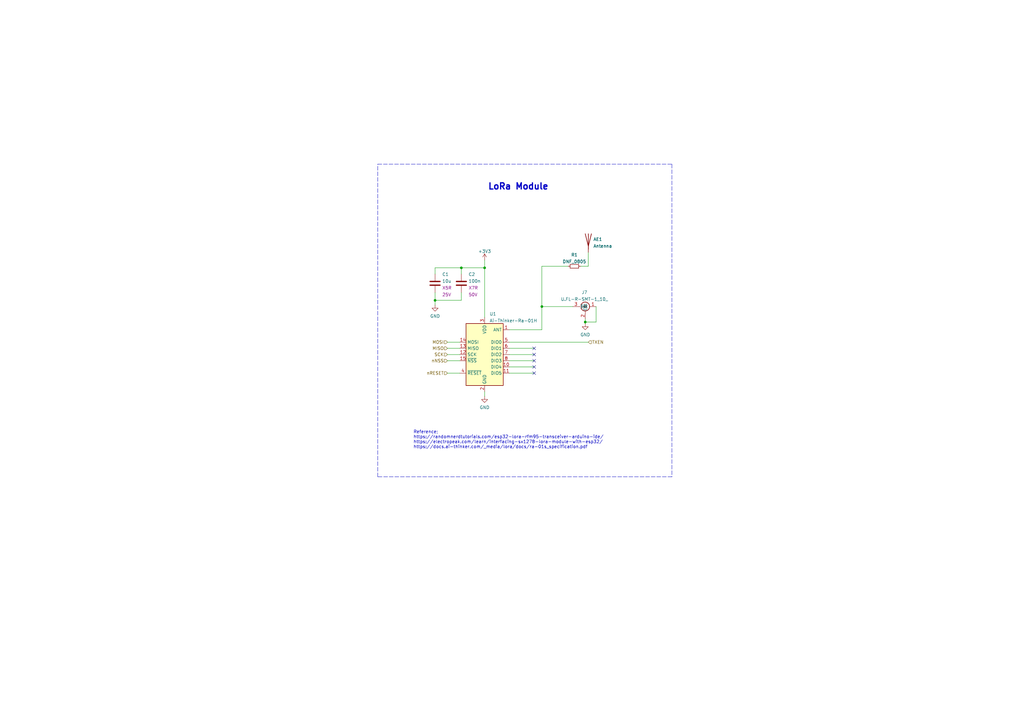
<source format=kicad_sch>
(kicad_sch (version 20211123) (generator eeschema)
  (paper "A3")
  (title_block (title "FLORA-RA01H") (date "2022-12-05") (rev "C"))
  (lib_symbols
    (symbol "Capacitor_JLC:100n" (pin_numbers hide) (pin_names (offset 0.254))
      (property "Reference" "C" (at 3.175 3.175 0))
      (property "Value" "100n" (at 3.175 1.27 0))
      (property "Type" "X7R" (at 5.08 -3.175 0))
      (property "Voltage" "50V" (at 5.08 -1.27 0))
      (symbol "100n_0_1"
        (polyline (pts (xy -2.032 -0.762) (xy 2.032 -0.762)) (stroke (width 0.508)))
        (polyline (pts (xy -2.032 0.762) (xy 2.032 0.762)) (stroke (width 0.508)))
      )
      (symbol "100n_1_1"
        (pin passive line (at 0 3.81 270) (length 2.794) (name "~") (number "1"))
        (pin passive line (at 0 -3.81 90) (length 2.794) (name "~") (number "2"))
      )
    )
    (symbol "Capacitor_JLC:10u" (pin_numbers hide) (pin_names (offset 0.254))
      (property "Reference" "C" (at 0.635 2.54 0))
      (property "Value" "10u" (at 0.635 -2.54 0))
      (property "Type" "X5R" (at 5.08 2.54 0))
      (property "Voltage" "25V" (at 5.08 0 0))
      (symbol "10u_0_1"
        (polyline (pts (xy -2.032 -0.762) (xy 2.032 -0.762)) (stroke (width 0.508)))
        (polyline (pts (xy -2.032 0.762) (xy 2.032 0.762)) (stroke (width 0.508)))
      )
      (symbol "10u_1_1"
        (pin passive line (at 0 3.81 270) (length 2.794) (name "~") (number "1"))
        (pin passive line (at 0 -3.81 90) (length 2.794) (name "~") (number "2"))
      )
    )
    (symbol "Connector_JLC:U.FL-R-SMT-1_10_" (pin_names (offset 0.762))
      (property "Reference" "J" (at 17.78 12.065 0))
      (property "Value" "U.FL-R-SMT-1_10_" (at 17.78 9.525 0))
      (symbol "U.FL-R-SMT-1_10__0_1"
        (polyline (pts (xy 2.54 0) (xy 4.572 0)))
        (polyline (pts (xy 5.08 -2.54) (xy 5.08 -1.778)))
        (arc (start 3.302 -0.508) (mid 5.302 -1.808) (end 6.858 0) (stroke (width 0.254)))
        (circle (center 5.08 0) (radius 0.508) (stroke (width 0.2032)))
        (arc (start 6.858 0) (mid 5.302 1.8083) (end 3.302 0.508) (stroke (width 0.254)))
      )
      (symbol "U.FL-R-SMT-1_10__1_1"
        (pin passive line (at 9.525 0 180) (length 2.54) (name "Ext") (number "1"))
        (pin passive line (at 5.08 -5.08 90) (length 2.54) (name "Ext") (number "2"))
        (pin passive line (at 0 0 0) (length 2.54) (name "In") (number "3"))
      )
    )
    (symbol "Device:Antenna" (pin_numbers hide) (pin_names (offset 1.016) hide)
      (property "Reference" "AE" (at -1.905 1.905 0))
      (property "Value" "Antenna" (at -1.905 0 0))
      (symbol "Antenna_0_1"
        (polyline (pts (xy 0 2.54) (xy 0 -3.81)) (stroke (width 0.254)))
        (polyline (pts (xy 1.27 2.54) (xy 0 -2.54) (xy -1.27 2.54)) (stroke (width 0.254)))
      )
      (symbol "Antenna_1_1"
        (pin input line (at 0 -5.08 90) (length 2.54) (name "A") (number "1"))
      )
    )
    (symbol "RF_JLC:Ai-Thinker-Ra-01H"
      (property "Reference" "U" (at 2.54 17.78 0))
      (property "Value" "Ai-Thinker-Ra-01H" (at 13.97 -15.24 0))
      (symbol "Ai-Thinker-Ra-01H_0_1"
        (rectangle (start -7.62 12.7) (end 7.62 -12.7) (stroke (width 0.254)) (fill (type background)))
      )
      (symbol "Ai-Thinker-Ra-01H_1_1"
        (pin passive line (at 10.16 10.16 180) (length 2.54) (name "ANT") (number "1"))
        (pin bidirectional line (at 10.16 -5.08 180) (length 2.54) (name "DIO4") (number "10"))
        (pin bidirectional line (at 10.16 -7.62 180) (length 2.54) (name "DIO5") (number "11"))
        (pin input line (at -10.16 0 0) (length 2.54) (name "SCK") (number "12"))
        (pin output line (at -10.16 2.54 0) (length 2.54) (name "MISO") (number "13"))
        (pin input line (at -10.16 5.08 0) (length 2.54) (name "MOSI") (number "14"))
        (pin input line (at -10.16 -2.54 0) (length 2.54) (name "~{NSS}") (number "15"))
        (pin passive line (at 0 -15.24 90) (length 2.54) hide (name "GND") (number "16"))
        (pin power_in line (at 0 -15.24 90) (length 2.54) (name "GND") (number "2"))
        (pin power_in line (at 0 15.24 270) (length 2.54) (name "VDD") (number "3"))
        (pin input line (at -10.16 -7.62 0) (length 2.54) (name "~{RESET}") (number "4"))
        (pin bidirectional line (at 10.16 5.08 180) (length 2.54) (name "DIO0") (number "5"))
        (pin bidirectional line (at 10.16 2.54 180) (length 2.54) (name "DIO1") (number "6"))
        (pin bidirectional line (at 10.16 0 180) (length 2.54) (name "DIO2") (number "7"))
        (pin bidirectional line (at 10.16 -2.54 180) (length 2.54) (name "DIO3") (number "8"))
        (pin passive line (at 0 -15.24 90) (length 2.54) hide (name "GND") (number "9"))
      )
    )
    (symbol "personal:DNF_0805" (pin_numbers hide) (pin_names (offset 0.254) hide)
      (property "Reference" "R" (at 0.762 0.508 0))
      (property "Value" "DNF_0805" (at 0.762 -1.016 0))
      (symbol "DNF_0805_0_1"
        (rectangle (start -0.762 1.778) (end 0.762 -1.778) (stroke (width 0.2032)))
      )
      (symbol "DNF_0805_1_1"
        (pin passive line (at 0 2.54 270) (length 0.762) (name "~") (number "1"))
        (pin passive line (at 0 -2.54 90) (length 0.762) (name "~") (number "2"))
      )
    )
    (symbol "power:+3V3" (power) (pin_names (offset 0))
      (property "Value" "+3V3" (at 0 3.556 0))
      (symbol "+3V3_0_1"
        (polyline (pts (xy -0.762 1.27) (xy 0 2.54)))
        (polyline (pts (xy 0 0) (xy 0 2.54)))
        (polyline (pts (xy 0 2.54) (xy 0.762 1.27)))
      )
      (symbol "+3V3_1_1"
        (pin power_in line (at 0 0 90) (length 0) hide (name "+3V3") (number "1"))
      )
    )
    (symbol "power:GND" (power) (pin_names (offset 0))
      (property "Value" "GND" (at 0 -3.81 0))
      (symbol "GND_0_1"
        (polyline (pts (xy 0 0) (xy 0 -1.27) (xy 1.27 -1.27) (xy 0 -2.54) (xy -1.27 -1.27) (xy 0 -1.27)))
      )
      (symbol "GND_1_1"
        (pin power_in line (at 0 0 270) (length 0) hide (name "GND") (number "1"))
      )
    )
  )
  (junction (at 222.25 125.73))
  (junction (at 189.23 109.855))
  (junction (at 198.755 109.855))
  (junction (at 240.03 132.08))
  (junction (at 178.435 123.19))
  (no_connect (at 219.075 147.955))
  (no_connect (at 219.075 145.415))
  (no_connect (at 219.075 150.495))
  (no_connect (at 219.075 142.875))
  (no_connect (at 219.075 153.035))
  (wire (pts (xy 222.25 109.22) (xy 233.045 109.22)))
  (wire (pts (xy 240.03 132.08) (xy 240.03 132.715)))
  (polyline (pts (xy 154.94 67.31) (xy 275.59 67.31)))
  (wire (pts (xy 198.755 109.855) (xy 189.23 109.855)))
  (wire (pts (xy 178.435 123.19) (xy 189.23 123.19)))
  (wire (pts (xy 198.755 160.655) (xy 198.755 162.56)))
  (wire (pts (xy 208.915 140.335) (xy 241.3 140.335)))
  (wire (pts (xy 208.915 153.035) (xy 219.075 153.035)))
  (wire (pts (xy 189.23 109.855) (xy 178.435 109.855)))
  (wire (pts (xy 222.25 125.73) (xy 234.95 125.73)))
  (wire (pts (xy 240.03 130.81) (xy 240.03 132.08)))
  (wire (pts (xy 189.23 123.19) (xy 189.23 120.015)))
  (wire (pts (xy 178.435 120.015) (xy 178.435 123.19)))
  (wire (pts (xy 238.125 109.22) (xy 241.3 109.22)))
  (wire (pts (xy 178.435 109.855) (xy 178.435 112.395)))
  (wire (pts (xy 183.515 147.955) (xy 188.595 147.955)))
  (wire (pts (xy 183.515 153.035) (xy 188.595 153.035)))
  (wire (pts (xy 241.3 109.22) (xy 241.3 103.505)))
  (wire (pts (xy 198.755 130.175) (xy 198.755 109.855)))
  (wire (pts (xy 183.515 142.875) (xy 188.595 142.875)))
  (polyline (pts (xy 154.94 195.58) (xy 154.94 67.31)))
  (wire (pts (xy 208.915 142.875) (xy 219.075 142.875)))
  (wire (pts (xy 183.515 145.415) (xy 188.595 145.415)))
  (wire (pts (xy 244.475 125.73) (xy 244.475 132.08)))
  (wire (pts (xy 189.23 109.855) (xy 189.23 112.395)))
  (wire (pts (xy 198.755 106.68) (xy 198.755 109.855)))
  (wire (pts (xy 222.25 125.73) (xy 222.25 109.22)))
  (wire (pts (xy 208.915 145.415) (xy 219.075 145.415)))
  (wire (pts (xy 178.435 123.19) (xy 178.435 125.095)))
  (wire (pts (xy 208.915 147.955) (xy 219.075 147.955)))
  (wire (pts (xy 183.515 140.335) (xy 188.595 140.335)))
  (wire (pts (xy 208.915 150.495) (xy 219.075 150.495)))
  (wire (pts (xy 222.25 135.255) (xy 222.25 125.73)))
  (wire (pts (xy 244.475 132.08) (xy 240.03 132.08)))
  (wire (pts (xy 208.915 135.255) (xy 222.25 135.255)))
  (polyline (pts (xy 275.59 67.31) (xy 275.59 195.58)))
  (polyline (pts (xy 275.59 195.58) (xy 154.94 195.58)))
  (text "LoRa Module" (at 200.025 78.105 0) (effects (font (size 2.54 2.54) (thickness 0.508) bold) (justify left bottom)))
  (text "Reference;\nhttps://randomnerdtutorials.com/esp32-lora-rfm95-transceiver-arduino-ide/\nhttps://electropeak.com/learn/interfacing-sx1278-lora-module-with-esp32/\nhttps://docs.ai-thinker.com/_media/lora/docs/ra-01s_specification.pdf" (at 169.545 184.15 0) (effects (font (size 1.27 1.27)) (justify left bottom)))
  (hierarchical_label "MISO" (shape input) (at 183.515 142.875 180))
  (hierarchical_label "SCK" (shape input) (at 183.515 145.415 180))
  (hierarchical_label "TXEN" (shape input) (at 241.3 140.335 0))
  (hierarchical_label "nRESET" (shape input) (at 183.515 153.035 180))
  (hierarchical_label "MOSI" (shape input) (at 183.515 140.335 180))
  (hierarchical_label "nNSS" (shape input) (at 183.515 147.955 180))
  (symbol (lib_id "RF_JLC:Ai-Thinker-Ra-01H") (at 198.755 145.415 0) (unit 1)
    (property "Reference" "U1" (at 200.7744 128.7485 0) (effects (justify left)))
    (property "Value" "Ai-Thinker-Ra-01H" (at 200.7744 131.5236 0) (effects (justify left)))
    (property "Footprint" "RF_Module:Ai-Thinker-Ra-01-LoRa" (effects hide))
    (property "Datasheet" "https://cdn.ozdisan.com/ETicaret_Dosya/632831_134737.pdf" (effects hide))
    (property "LCSC" "C503593" (effects hide))
  )
  (symbol (lib_id "power:GND") (at 240.03 132.715 0) (unit 1)
    (property "Reference" "#PWR0122" (effects hide))
    (property "Value" "GND" (at 240.03 137.2775 0))
  )
  (symbol (lib_id "Device:Antenna") (at 241.3 98.425 0) (unit 1)
    (property "Reference" "AE1" (at 243.332 98.1515 0) (effects (justify left)))
    (property "Value" "Antenna" (at 243.332 100.9266 0) (effects (justify left)))
    (property "Footprint" "RF_Antenna:Texas_SWRA416_868MHz_915MHz" (effects hide))
  )
  (symbol (lib_id "Connector_JLC:U.FL-R-SMT-1_10_") (at 234.95 125.73 0) (unit 1)
    (property "Reference" "J7" (at 239.7125 119.9369 0))
    (property "Value" "U.FL-R-SMT-1_10_" (at 239.7125 122.712 0))
    (property "Footprint" "SamacSys_Parts:U.FL-R-SMT-1_10_" (effects hide))
    (property "Datasheet" "https://www.hirose.com/product/document?clcode=CL0331-0472-2-10&productname=U.FL-R-SMT-1(10)&series=U.FL&documenttype=2DDrawing&lang=en&documentid=0000940684" (effects hide))
    (property "Description" "UFL SMT PCB receptable,DC-6GHz Hirose Straight 50 Surface Mount UFL Connector, Receptacle, Solder Termination Coaxial" (effects hide))
    (property "Manufacturer_Name" "Hirose" (effects hide))
    (property "Manufacturer_Part_Number" "U.FL-R-SMT-1(10)" (effects hide))
    (property "Mouser Part Number" "798-U.FL-R-SMT-110" (effects hide))
    (property "Mouser Price/Stock" "https://www.mouser.co.uk/ProductDetail/Hirose-Connector/U.FL-R-SMT-110?qs=kL1ClTr6oBoOdtqlGQpQrQ%3D%3D" (effects hide))
    (property "Arrow Part Number" "U.FL-R-SMT-1(10)" (effects hide))
    (property "Arrow Price/Stock" "https://www.arrow.com/en/products/u.fl-r-smt-1-10/hirose-electric" (effects hide))
    (property "LCSC" "C88373" (effects hide))
  )
  (symbol (lib_id "Capacitor_JLC:10u") (at 178.435 116.205 0) (unit 1)
    (property "Reference" "C1" (at 181.356 112.5214 0) (effects (justify left)))
    (property "Value" "10u" (at 181.356 115.2965 0) (effects (justify left)))
    (property "Footprint" "Capacitor_SMD:C_0805_2012Metric" (effects hide))
    (property "Type" "X5R" (at 181.356 118.0716 0) (effects (justify left)))
    (property "LCSC" "C15850" (effects hide))
    (property "Voltage" "25V" (at 181.356 120.8467 0) (effects (justify left)))
  )
  (symbol (lib_id "power:GND") (at 178.435 125.095 0) (unit 1)
    (property "Reference" "#PWR0101" (effects hide))
    (property "Value" "GND" (at 178.435 129.6575 0))
  )
  (symbol (lib_id "personal:DNF_0805") (at 235.585 109.22 90) (unit 1)
    (property "Reference" "R1" (at 235.585 104.5169 90))
    (property "Value" "DNF_0805" (at 235.585 107.292 90))
    (property "Footprint" "Resistor_SMD:R_0805_2012Metric_Pad1.20x1.40mm_HandSolder" (effects hide))
  )
  (symbol (lib_id "Capacitor_JLC:100n") (at 189.23 116.205 0) (unit 1)
    (property "Reference" "C2" (at 192.151 112.5214 0) (effects (justify left)))
    (property "Value" "100n" (at 192.151 115.2965 0) (effects (justify left)))
    (property "Footprint" "Capacitor_SMD:C_0402_1005Metric" (effects hide))
    (property "Type" "X7R" (at 192.151 118.0716 0) (effects (justify left)))
    (property "LCSC" "C307331" (effects hide))
    (property "Voltage" "50V" (at 192.151 120.8467 0) (effects (justify left)))
  )
  (symbol (lib_id "power:+3V3") (at 198.755 106.68 0) (unit 1)
    (property "Reference" "#PWR0102" (effects hide))
    (property "Value" "+3V3" (at 198.755 103.0755 0))
  )
  (symbol (lib_id "power:GND") (at 198.755 162.56 0) (unit 1)
    (property "Reference" "#PWR0103" (effects hide))
    (property "Value" "GND" (at 198.755 167.1225 0))
  )
)
</source>
